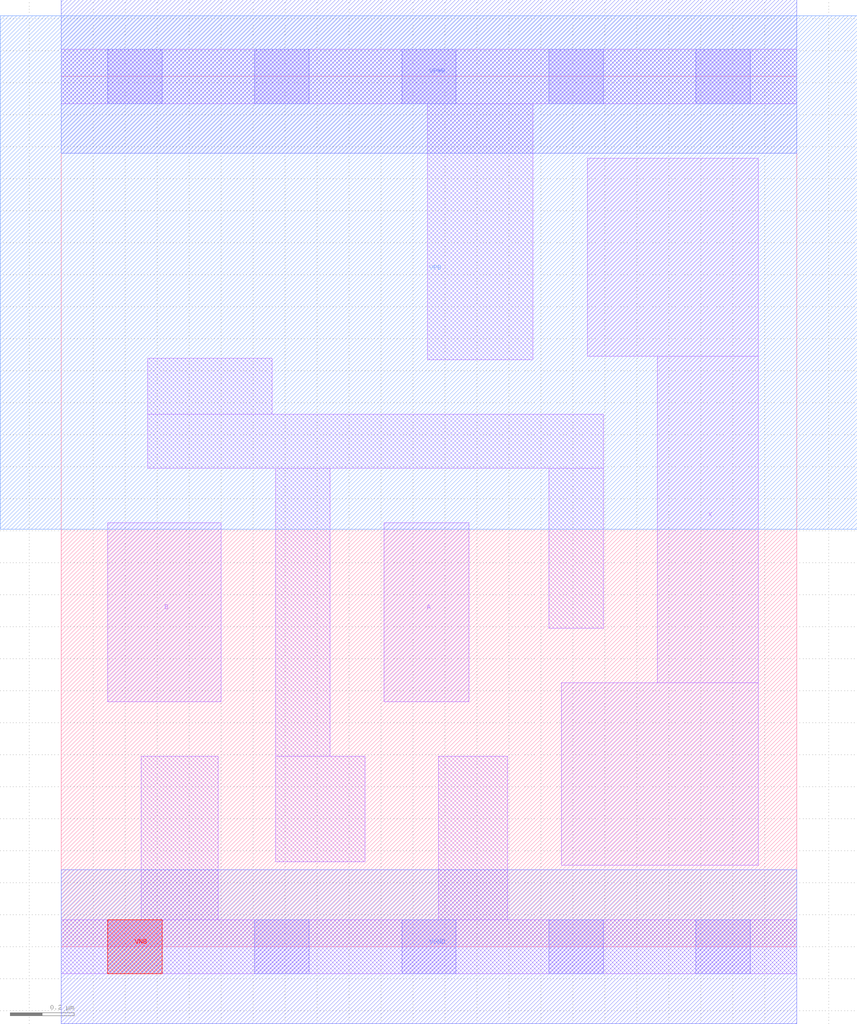
<source format=lef>
# Copyright 2020 The SkyWater PDK Authors
#
# Licensed under the Apache License, Version 2.0 (the "License");
# you may not use this file except in compliance with the License.
# You may obtain a copy of the License at
#
#     https://www.apache.org/licenses/LICENSE-2.0
#
# Unless required by applicable law or agreed to in writing, software
# distributed under the License is distributed on an "AS IS" BASIS,
# WITHOUT WARRANTIES OR CONDITIONS OF ANY KIND, either express or implied.
# See the License for the specific language governing permissions and
# limitations under the License.
#
# SPDX-License-Identifier: Apache-2.0

VERSION 5.7 ;
  NOWIREEXTENSIONATPIN ON ;
  DIVIDERCHAR "/" ;
  BUSBITCHARS "[]" ;
MACRO sky130_fd_sc_hd__or2_1
  CLASS CORE ;
  FOREIGN sky130_fd_sc_hd__or2_1 ;
  ORIGIN  0.000000  0.000000 ;
  SIZE  2.300000 BY  2.720000 ;
  SYMMETRY X Y R90 ;
  SITE unithd ;
  PIN A
    ANTENNAGATEAREA  0.126000 ;
    DIRECTION INPUT ;
    USE SIGNAL ;
    PORT
      LAYER li1 ;
        RECT 1.010000 0.765000 1.275000 1.325000 ;
    END
  END A
  PIN B
    ANTENNAGATEAREA  0.126000 ;
    DIRECTION INPUT ;
    USE SIGNAL ;
    PORT
      LAYER li1 ;
        RECT 0.145000 0.765000 0.500000 1.325000 ;
    END
  END B
  PIN VNB
    PORT
      LAYER pwell ;
        RECT 0.145000 -0.085000 0.315000 0.085000 ;
    END
  END VNB
  PIN VPB
    PORT
      LAYER nwell ;
        RECT -0.190000 1.305000 2.490000 2.910000 ;
    END
  END VPB
  PIN X
    ANTENNADIFFAREA  0.509000 ;
    DIRECTION OUTPUT ;
    USE SIGNAL ;
    PORT
      LAYER li1 ;
        RECT 1.565000 0.255000 2.180000 0.825000 ;
        RECT 1.645000 1.845000 2.180000 2.465000 ;
        RECT 1.865000 0.825000 2.180000 1.845000 ;
    END
  END X
  PIN VGND
    DIRECTION INOUT ;
    SHAPE ABUTMENT ;
    USE GROUND ;
    PORT
      LAYER met1 ;
        RECT 0.000000 -0.240000 2.300000 0.240000 ;
    END
  END VGND
  PIN VPWR
    DIRECTION INOUT ;
    SHAPE ABUTMENT ;
    USE POWER ;
    PORT
      LAYER met1 ;
        RECT 0.000000 2.480000 2.300000 2.960000 ;
    END
  END VPWR
  OBS
    LAYER li1 ;
      RECT 0.000000 -0.085000 2.300000 0.085000 ;
      RECT 0.000000  2.635000 2.300000 2.805000 ;
      RECT 0.250000  0.085000 0.490000 0.595000 ;
      RECT 0.270000  1.495000 1.695000 1.665000 ;
      RECT 0.270000  1.665000 0.660000 1.840000 ;
      RECT 0.670000  0.265000 0.950000 0.595000 ;
      RECT 0.670000  0.595000 0.840000 1.495000 ;
      RECT 1.145000  1.835000 1.475000 2.635000 ;
      RECT 1.180000  0.085000 1.395000 0.595000 ;
      RECT 1.525000  0.995000 1.695000 1.495000 ;
    LAYER mcon ;
      RECT 0.145000 -0.085000 0.315000 0.085000 ;
      RECT 0.145000  2.635000 0.315000 2.805000 ;
      RECT 0.605000 -0.085000 0.775000 0.085000 ;
      RECT 0.605000  2.635000 0.775000 2.805000 ;
      RECT 1.065000 -0.085000 1.235000 0.085000 ;
      RECT 1.065000  2.635000 1.235000 2.805000 ;
      RECT 1.525000 -0.085000 1.695000 0.085000 ;
      RECT 1.525000  2.635000 1.695000 2.805000 ;
      RECT 1.985000 -0.085000 2.155000 0.085000 ;
      RECT 1.985000  2.635000 2.155000 2.805000 ;
  END
END sky130_fd_sc_hd__or2_1
END LIBRARY

</source>
